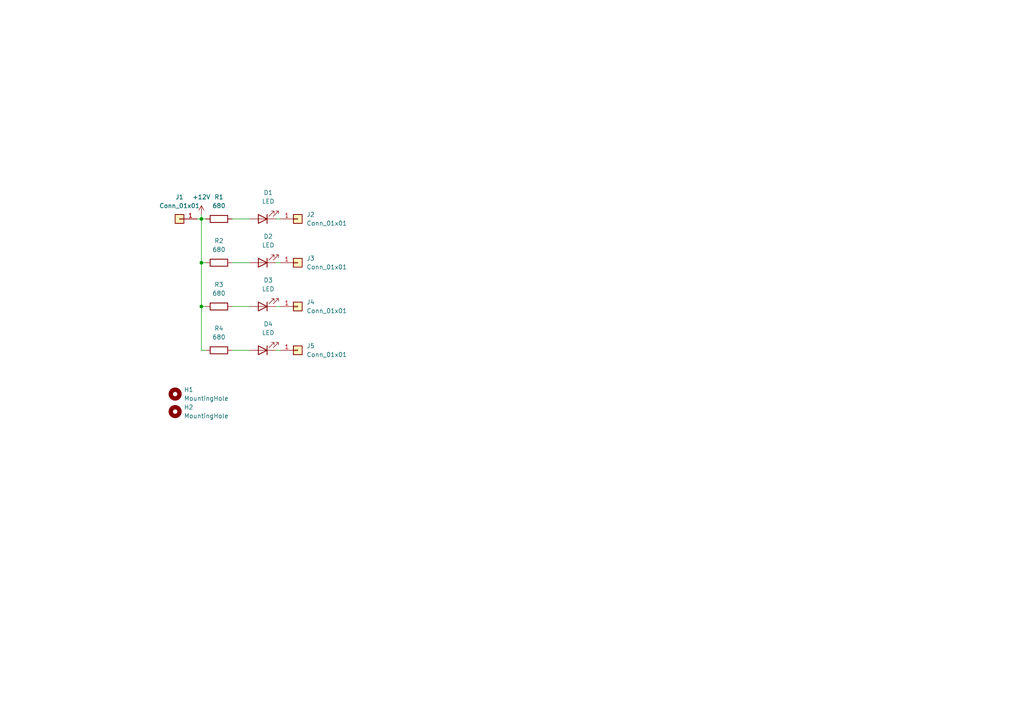
<source format=kicad_sch>
(kicad_sch (version 20211123) (generator eeschema)
  (paper "A4")
  (title_block (title "ABS Simulator LEDs a") (date "2022-09-20") (rev "${version}") (company "WTF eG") (comment 1 "author: marble") (comment 2 "project id: 2022019"))
  (lib_symbols
    (symbol "Connector_Generic:Conn_01x01" (pin_names (offset 1.016) hide)
      (property "Reference" "J" (at 0 2.54 0))
      (property "Value" "Conn_01x01" (at 0 -2.54 0))
      (symbol "Conn_01x01_1_1"
        (rectangle (start -1.27 0.127) (end 0 -0.127) (stroke (width 0.1524)))
        (rectangle (start -1.27 1.27) (end 1.27 -1.27) (stroke (width 0.254)) (fill (type background)))
        (pin passive line (at -5.08 0 0) (length 3.81) (name "Pin_1") (number "1"))
      )
    )
    (symbol "Device:LED" (pin_numbers hide) (pin_names (offset 1.016) hide)
      (property "Reference" "D" (at 0 2.54 0))
      (property "Value" "LED" (at 0 -2.54 0))
      (symbol "LED_0_1"
        (polyline (pts (xy -1.27 -1.27) (xy -1.27 1.27)) (stroke (width 0.254)))
        (polyline (pts (xy -1.27 0) (xy 1.27 0)))
        (polyline (pts (xy 1.27 -1.27) (xy 1.27 1.27) (xy -1.27 0) (xy 1.27 -1.27)) (stroke (width 0.254)))
        (polyline (pts (xy -3.048 -0.762) (xy -4.572 -2.286) (xy -3.81 -2.286) (xy -4.572 -2.286) (xy -4.572 -1.524)))
        (polyline (pts (xy -1.778 -0.762) (xy -3.302 -2.286) (xy -2.54 -2.286) (xy -3.302 -2.286) (xy -3.302 -1.524)))
      )
      (symbol "LED_1_1"
        (pin passive line (at -3.81 0 0) (length 2.54) (name "K") (number "1"))
        (pin passive line (at 3.81 0 180) (length 2.54) (name "A") (number "2"))
      )
    )
    (symbol "Device:R" (pin_numbers hide) (pin_names (offset 0))
      (property "Reference" "R" (at 2.032 0 90))
      (property "Value" "R" (at 0 0 90))
      (symbol "R_0_1"
        (rectangle (start -1.016 -2.54) (end 1.016 2.54) (stroke (width 0.254)))
      )
      (symbol "R_1_1"
        (pin passive line (at 0 3.81 270) (length 1.27) (name "~") (number "1"))
        (pin passive line (at 0 -3.81 90) (length 1.27) (name "~") (number "2"))
      )
    )
    (symbol "Mechanical:MountingHole" (pin_names (offset 1.016))
      (property "Reference" "H" (at 0 5.08 0))
      (property "Value" "MountingHole" (at 0 3.175 0))
      (symbol "MountingHole_0_1"
        (circle (center 0 0) (radius 1.27) (stroke (width 1.27)))
      )
    )
    (symbol "power:+12V" (power) (pin_names (offset 0))
      (property "Value" "+12V" (at 0 3.556 0))
      (symbol "+12V_0_1"
        (polyline (pts (xy -0.762 1.27) (xy 0 2.54)))
        (polyline (pts (xy 0 0) (xy 0 2.54)))
        (polyline (pts (xy 0 2.54) (xy 0.762 1.27)))
      )
      (symbol "+12V_1_1"
        (pin power_in line (at 0 0 90) (length 0) hide (name "+12V") (number "1"))
      )
    )
  )
  (junction (at 58.42 88.9))
  (junction (at 58.42 76.2))
  (junction (at 58.42 63.5))
  (wire (pts (xy 67.31 101.6) (xy 72.39 101.6)))
  (wire (pts (xy 59.69 63.5) (xy 58.42 63.5)))
  (wire (pts (xy 67.31 76.2) (xy 72.39 76.2)))
  (wire (pts (xy 80.01 76.2) (xy 81.28 76.2)))
  (wire (pts (xy 58.42 101.6) (xy 59.69 101.6)))
  (wire (pts (xy 80.01 63.5) (xy 81.28 63.5)))
  (wire (pts (xy 58.42 88.9) (xy 58.42 101.6)))
  (wire (pts (xy 58.42 62.23) (xy 58.42 63.5)))
  (wire (pts (xy 67.31 63.5) (xy 72.39 63.5)))
  (wire (pts (xy 58.42 63.5) (xy 58.42 76.2)))
  (wire (pts (xy 67.31 88.9) (xy 72.39 88.9)))
  (wire (pts (xy 58.42 88.9) (xy 59.69 88.9)))
  (wire (pts (xy 58.42 76.2) (xy 58.42 88.9)))
  (wire (pts (xy 58.42 76.2) (xy 59.69 76.2)))
  (wire (pts (xy 80.01 101.6) (xy 81.28 101.6)))
  (wire (pts (xy 57.15 63.5) (xy 58.42 63.5)))
  (wire (pts (xy 80.01 88.9) (xy 81.28 88.9)))
  (symbol (lib_id "Connector_Generic:Conn_01x01") (at 52.07 63.5 180) (unit 1)
    (property "Reference" "J1" (at 52.07 57.15 0))
    (property "Value" "Conn_01x01" (at 52.07 59.69 0))
    (property "Footprint" "Connector_Wire:SolderWire-0.75sqmm_1x01_D1.25mm_OD3.5mm" (effects hide))
  )
  (symbol (lib_id "Device:R") (at 63.5 101.6 90) (unit 1)
    (property "Reference" "R4" (at 63.5 95.25 90))
    (property "Value" "680" (at 63.5 97.79 90))
    (property "Footprint" "Resistor_THT:R_Axial_DIN0207_L6.3mm_D2.5mm_P10.16mm_Horizontal" (effects hide))
  )
  (symbol (lib_id "Device:R") (at 63.5 63.5 90) (unit 1)
    (property "Reference" "R1" (at 63.5 57.15 90))
    (property "Value" "680" (at 63.5 59.69 90))
    (property "Footprint" "Resistor_THT:R_Axial_DIN0207_L6.3mm_D2.5mm_P10.16mm_Horizontal" (effects hide))
  )
  (symbol (lib_id "Connector_Generic:Conn_01x01") (at 86.36 88.9 0) (unit 1)
    (property "Reference" "J4" (at 88.9 87.6299 0) (effects (justify left)))
    (property "Value" "Conn_01x01" (at 88.9 90.1699 0) (effects (justify left)))
    (property "Footprint" "Connector_Wire:SolderWire-0.75sqmm_1x01_D1.25mm_OD3.5mm" (effects hide))
  )
  (symbol (lib_id "Device:R") (at 63.5 88.9 90) (unit 1)
    (property "Reference" "R3" (at 63.5 82.55 90))
    (property "Value" "680" (at 63.5 85.09 90))
    (property "Footprint" "Resistor_THT:R_Axial_DIN0207_L6.3mm_D2.5mm_P10.16mm_Horizontal" (effects hide))
  )
  (symbol (lib_id "Device:LED") (at 76.2 101.6 180) (unit 1)
    (property "Reference" "D4" (at 77.7875 93.98 0))
    (property "Value" "LED" (at 77.7875 96.52 0))
    (property "Footprint" "LED_THT:LED_D5.0mm" (effects hide))
  )
  (symbol (lib_id "Device:LED") (at 76.2 63.5 180) (unit 1)
    (property "Reference" "D1" (at 77.7875 55.88 0))
    (property "Value" "LED" (at 77.7875 58.42 0))
    (property "Footprint" "LED_THT:LED_D5.0mm" (effects hide))
  )
  (symbol (lib_id "Connector_Generic:Conn_01x01") (at 86.36 63.5 0) (unit 1)
    (property "Reference" "J2" (at 88.9 62.2299 0) (effects (justify left)))
    (property "Value" "Conn_01x01" (at 88.9 64.7699 0) (effects (justify left)))
    (property "Footprint" "Connector_Wire:SolderWire-0.75sqmm_1x01_D1.25mm_OD3.5mm" (effects hide))
  )
  (symbol (lib_id "Device:R") (at 63.5 76.2 90) (unit 1)
    (property "Reference" "R2" (at 63.5 69.85 90))
    (property "Value" "680" (at 63.5 72.39 90))
    (property "Footprint" "Resistor_THT:R_Axial_DIN0207_L6.3mm_D2.5mm_P10.16mm_Horizontal" (effects hide))
  )
  (symbol (lib_id "Mechanical:MountingHole") (at 50.8 114.3 0) (unit 1)
    (property "Reference" "H1" (at 53.34 113.0299 0) (effects (justify left)))
    (property "Value" "MountingHole" (at 53.34 115.5699 0) (effects (justify left)))
    (property "Footprint" "MountingHole:MountingHole_4.5mm" (effects hide))
  )
  (symbol (lib_id "Connector_Generic:Conn_01x01") (at 86.36 101.6 0) (unit 1)
    (property "Reference" "J5" (at 88.9 100.3299 0) (effects (justify left)))
    (property "Value" "Conn_01x01" (at 88.9 102.8699 0) (effects (justify left)))
    (property "Footprint" "Connector_Wire:SolderWire-0.75sqmm_1x01_D1.25mm_OD3.5mm" (effects hide))
  )
  (symbol (lib_id "Device:LED") (at 76.2 76.2 180) (unit 1)
    (property "Reference" "D2" (at 77.7875 68.58 0))
    (property "Value" "LED" (at 77.7875 71.12 0))
    (property "Footprint" "LED_THT:LED_D5.0mm" (effects hide))
  )
  (symbol (lib_id "power:+12V") (at 58.42 62.23 0) (unit 1)
    (property "Reference" "#PWR01" (effects hide))
    (property "Value" "+12V" (at 58.42 57.15 0))
  )
  (symbol (lib_id "Connector_Generic:Conn_01x01") (at 86.36 76.2 0) (unit 1)
    (property "Reference" "J3" (at 88.9 74.9299 0) (effects (justify left)))
    (property "Value" "Conn_01x01" (at 88.9 77.4699 0) (effects (justify left)))
    (property "Footprint" "Connector_Wire:SolderWire-0.75sqmm_1x01_D1.25mm_OD3.5mm" (effects hide))
  )
  (symbol (lib_id "Mechanical:MountingHole") (at 50.8 119.38 0) (unit 1)
    (property "Reference" "H2" (at 53.34 118.1099 0) (effects (justify left)))
    (property "Value" "MountingHole" (at 53.34 120.6499 0) (effects (justify left)))
    (property "Footprint" "MountingHole:MountingHole_4.5mm" (effects hide))
  )
  (symbol (lib_id "Device:LED") (at 76.2 88.9 180) (unit 1)
    (property "Reference" "D3" (at 77.7875 81.28 0))
    (property "Value" "LED" (at 77.7875 83.82 0))
    (property "Footprint" "LED_THT:LED_D5.0mm" (effects hide))
  )
)
</source>
